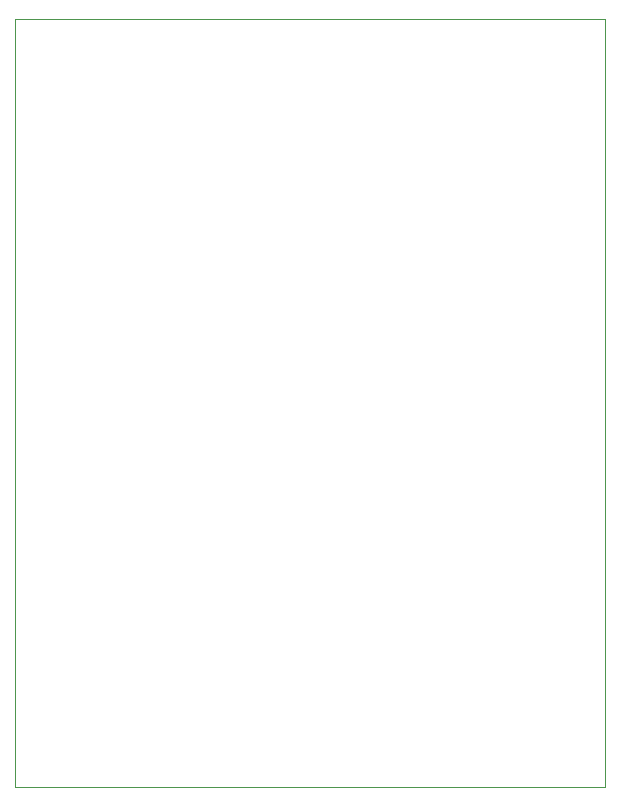
<source format=gbr>
G04 --- HEADER BEGIN --- *
%TF.GenerationSoftware,LibrePCB,LibrePCB,0.1.1-unstable*%
%TF.CreationDate,2019-07-14T01:55:39*%
%TF.ProjectId,desklift - other_routing,146e283d-8dba-42bd-9080-c603e88aa634,v3*%
%TF.Part,Single*%
%FSLAX66Y66*%
%MOMM*%
G01*
G74*
G04 --- HEADER END --- *
G04 --- APERTURE LIST BEGIN --- *
%ADD10C,0.001*%
G04 --- APERTURE LIST END --- *
G04 --- BOARD BEGIN --- *
D10*
X0Y0D02*
X0Y0D01*
X50000000Y0D01*
X50000000Y-65000000D01*
X0Y-65000000D01*
X0Y0D01*
G04 --- BOARD END --- *
%TF.MD5,1221a4b7fcaaa80536006d9858e4e8b0*%
M02*

</source>
